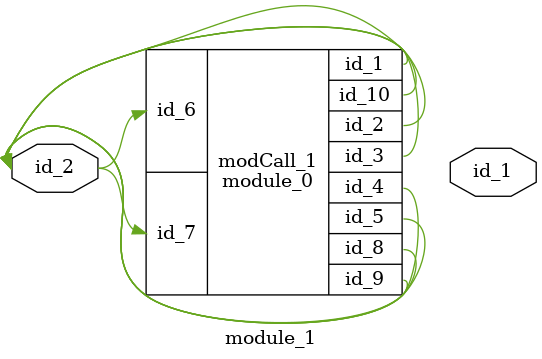
<source format=v>
module module_0 (
    id_1,
    id_2,
    id_3,
    id_4,
    id_5,
    id_6,
    id_7,
    id_8,
    id_9,
    id_10
);
  output wire id_10;
  inout wire id_9;
  output wire id_8;
  input wire id_7;
  input wire id_6;
  inout wire id_5;
  inout wire id_4;
  inout wire id_3;
  inout wire id_2;
  inout wire id_1;
endmodule
module module_1 (
    id_1,
    id_2
);
  inout wire id_2;
  output wire id_1;
  assign id_2 = id_2;
  module_0 modCall_1 (
      id_2,
      id_2,
      id_2,
      id_2,
      id_2,
      id_2,
      id_2,
      id_2,
      id_2,
      id_2
  );
endmodule

</source>
